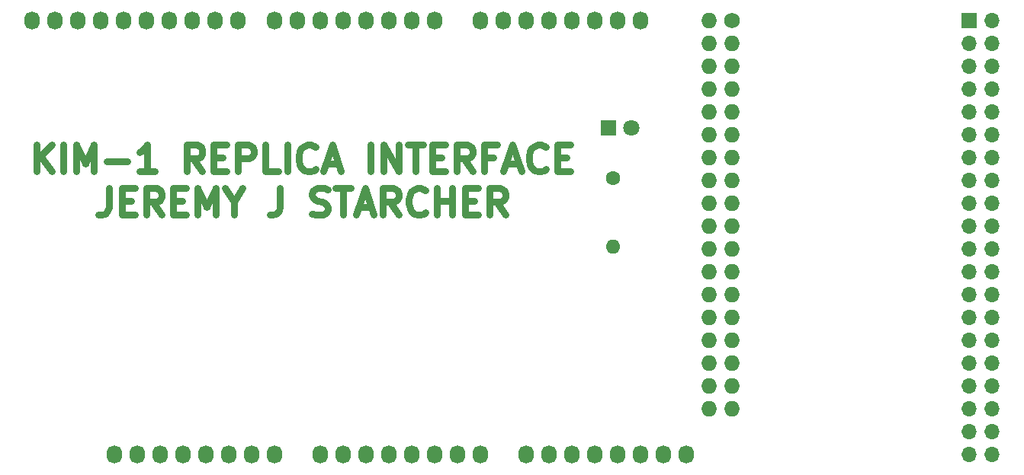
<source format=gbr>
%TF.GenerationSoftware,KiCad,Pcbnew,6.0.2+dfsg-1*%
%TF.CreationDate,2022-06-01T22:42:03-04:00*%
%TF.ProjectId,kim1-earthpeople,6b696d31-2d65-4617-9274-6870656f706c,rev?*%
%TF.SameCoordinates,Original*%
%TF.FileFunction,Soldermask,Top*%
%TF.FilePolarity,Negative*%
%FSLAX46Y46*%
G04 Gerber Fmt 4.6, Leading zero omitted, Abs format (unit mm)*
G04 Created by KiCad (PCBNEW 6.0.2+dfsg-1) date 2022-06-01 22:42:03*
%MOMM*%
%LPD*%
G01*
G04 APERTURE LIST*
%ADD10C,0.750000*%
%ADD11C,1.600000*%
%ADD12O,1.600000X1.600000*%
%ADD13R,1.800000X1.800000*%
%ADD14C,1.800000*%
%ADD15O,1.727200X2.032000*%
%ADD16O,1.727200X1.727200*%
%ADD17C,1.727200*%
%ADD18R,1.700000X1.700000*%
%ADD19O,1.700000X1.700000*%
G04 APERTURE END LIST*
D10*
X122628571Y-87642142D02*
X122628571Y-84642142D01*
X124342857Y-87642142D02*
X123057142Y-85927857D01*
X124342857Y-84642142D02*
X122628571Y-86356428D01*
X125628571Y-87642142D02*
X125628571Y-84642142D01*
X127057142Y-87642142D02*
X127057142Y-84642142D01*
X128057142Y-86785000D01*
X129057142Y-84642142D01*
X129057142Y-87642142D01*
X130485714Y-86499285D02*
X132771428Y-86499285D01*
X135771428Y-87642142D02*
X134057142Y-87642142D01*
X134914285Y-87642142D02*
X134914285Y-84642142D01*
X134628571Y-85070714D01*
X134342857Y-85356428D01*
X134057142Y-85499285D01*
X141057142Y-87642142D02*
X140057142Y-86213571D01*
X139342857Y-87642142D02*
X139342857Y-84642142D01*
X140485714Y-84642142D01*
X140771428Y-84785000D01*
X140914285Y-84927857D01*
X141057142Y-85213571D01*
X141057142Y-85642142D01*
X140914285Y-85927857D01*
X140771428Y-86070714D01*
X140485714Y-86213571D01*
X139342857Y-86213571D01*
X142342857Y-86070714D02*
X143342857Y-86070714D01*
X143771428Y-87642142D02*
X142342857Y-87642142D01*
X142342857Y-84642142D01*
X143771428Y-84642142D01*
X145057142Y-87642142D02*
X145057142Y-84642142D01*
X146200000Y-84642142D01*
X146485714Y-84785000D01*
X146628571Y-84927857D01*
X146771428Y-85213571D01*
X146771428Y-85642142D01*
X146628571Y-85927857D01*
X146485714Y-86070714D01*
X146200000Y-86213571D01*
X145057142Y-86213571D01*
X149485714Y-87642142D02*
X148057142Y-87642142D01*
X148057142Y-84642142D01*
X150485714Y-87642142D02*
X150485714Y-84642142D01*
X153628571Y-87356428D02*
X153485714Y-87499285D01*
X153057142Y-87642142D01*
X152771428Y-87642142D01*
X152342857Y-87499285D01*
X152057142Y-87213571D01*
X151914285Y-86927857D01*
X151771428Y-86356428D01*
X151771428Y-85927857D01*
X151914285Y-85356428D01*
X152057142Y-85070714D01*
X152342857Y-84785000D01*
X152771428Y-84642142D01*
X153057142Y-84642142D01*
X153485714Y-84785000D01*
X153628571Y-84927857D01*
X154771428Y-86785000D02*
X156200000Y-86785000D01*
X154485714Y-87642142D02*
X155485714Y-84642142D01*
X156485714Y-87642142D01*
X159771428Y-87642142D02*
X159771428Y-84642142D01*
X161200000Y-87642142D02*
X161200000Y-84642142D01*
X162914285Y-87642142D01*
X162914285Y-84642142D01*
X163914285Y-84642142D02*
X165628571Y-84642142D01*
X164771428Y-87642142D02*
X164771428Y-84642142D01*
X166628571Y-86070714D02*
X167628571Y-86070714D01*
X168057142Y-87642142D02*
X166628571Y-87642142D01*
X166628571Y-84642142D01*
X168057142Y-84642142D01*
X171057142Y-87642142D02*
X170057142Y-86213571D01*
X169342857Y-87642142D02*
X169342857Y-84642142D01*
X170485714Y-84642142D01*
X170771428Y-84785000D01*
X170914285Y-84927857D01*
X171057142Y-85213571D01*
X171057142Y-85642142D01*
X170914285Y-85927857D01*
X170771428Y-86070714D01*
X170485714Y-86213571D01*
X169342857Y-86213571D01*
X173342857Y-86070714D02*
X172342857Y-86070714D01*
X172342857Y-87642142D02*
X172342857Y-84642142D01*
X173771428Y-84642142D01*
X174771428Y-86785000D02*
X176200000Y-86785000D01*
X174485714Y-87642142D02*
X175485714Y-84642142D01*
X176485714Y-87642142D01*
X179200000Y-87356428D02*
X179057142Y-87499285D01*
X178628571Y-87642142D01*
X178342857Y-87642142D01*
X177914285Y-87499285D01*
X177628571Y-87213571D01*
X177485714Y-86927857D01*
X177342857Y-86356428D01*
X177342857Y-85927857D01*
X177485714Y-85356428D01*
X177628571Y-85070714D01*
X177914285Y-84785000D01*
X178342857Y-84642142D01*
X178628571Y-84642142D01*
X179057142Y-84785000D01*
X179200000Y-84927857D01*
X180485714Y-86070714D02*
X181485714Y-86070714D01*
X181914285Y-87642142D02*
X180485714Y-87642142D01*
X180485714Y-84642142D01*
X181914285Y-84642142D01*
X130700000Y-89472142D02*
X130700000Y-91615000D01*
X130557142Y-92043571D01*
X130271428Y-92329285D01*
X129842857Y-92472142D01*
X129557142Y-92472142D01*
X132128571Y-90900714D02*
X133128571Y-90900714D01*
X133557142Y-92472142D02*
X132128571Y-92472142D01*
X132128571Y-89472142D01*
X133557142Y-89472142D01*
X136557142Y-92472142D02*
X135557142Y-91043571D01*
X134842857Y-92472142D02*
X134842857Y-89472142D01*
X135985714Y-89472142D01*
X136271428Y-89615000D01*
X136414285Y-89757857D01*
X136557142Y-90043571D01*
X136557142Y-90472142D01*
X136414285Y-90757857D01*
X136271428Y-90900714D01*
X135985714Y-91043571D01*
X134842857Y-91043571D01*
X137842857Y-90900714D02*
X138842857Y-90900714D01*
X139271428Y-92472142D02*
X137842857Y-92472142D01*
X137842857Y-89472142D01*
X139271428Y-89472142D01*
X140557142Y-92472142D02*
X140557142Y-89472142D01*
X141557142Y-91615000D01*
X142557142Y-89472142D01*
X142557142Y-92472142D01*
X144557142Y-91043571D02*
X144557142Y-92472142D01*
X143557142Y-89472142D02*
X144557142Y-91043571D01*
X145557142Y-89472142D01*
X149700000Y-89472142D02*
X149700000Y-91615000D01*
X149557142Y-92043571D01*
X149271428Y-92329285D01*
X148842857Y-92472142D01*
X148557142Y-92472142D01*
X153271428Y-92329285D02*
X153700000Y-92472142D01*
X154414285Y-92472142D01*
X154700000Y-92329285D01*
X154842857Y-92186428D01*
X154985714Y-91900714D01*
X154985714Y-91615000D01*
X154842857Y-91329285D01*
X154700000Y-91186428D01*
X154414285Y-91043571D01*
X153842857Y-90900714D01*
X153557142Y-90757857D01*
X153414285Y-90615000D01*
X153271428Y-90329285D01*
X153271428Y-90043571D01*
X153414285Y-89757857D01*
X153557142Y-89615000D01*
X153842857Y-89472142D01*
X154557142Y-89472142D01*
X154985714Y-89615000D01*
X155842857Y-89472142D02*
X157557142Y-89472142D01*
X156700000Y-92472142D02*
X156700000Y-89472142D01*
X158414285Y-91615000D02*
X159842857Y-91615000D01*
X158128571Y-92472142D02*
X159128571Y-89472142D01*
X160128571Y-92472142D01*
X162842857Y-92472142D02*
X161842857Y-91043571D01*
X161128571Y-92472142D02*
X161128571Y-89472142D01*
X162271428Y-89472142D01*
X162557142Y-89615000D01*
X162700000Y-89757857D01*
X162842857Y-90043571D01*
X162842857Y-90472142D01*
X162700000Y-90757857D01*
X162557142Y-90900714D01*
X162271428Y-91043571D01*
X161128571Y-91043571D01*
X165842857Y-92186428D02*
X165700000Y-92329285D01*
X165271428Y-92472142D01*
X164985714Y-92472142D01*
X164557142Y-92329285D01*
X164271428Y-92043571D01*
X164128571Y-91757857D01*
X163985714Y-91186428D01*
X163985714Y-90757857D01*
X164128571Y-90186428D01*
X164271428Y-89900714D01*
X164557142Y-89615000D01*
X164985714Y-89472142D01*
X165271428Y-89472142D01*
X165700000Y-89615000D01*
X165842857Y-89757857D01*
X167128571Y-92472142D02*
X167128571Y-89472142D01*
X167128571Y-90900714D02*
X168842857Y-90900714D01*
X168842857Y-92472142D02*
X168842857Y-89472142D01*
X170271428Y-90900714D02*
X171271428Y-90900714D01*
X171700000Y-92472142D02*
X170271428Y-92472142D01*
X170271428Y-89472142D01*
X171700000Y-89472142D01*
X174700000Y-92472142D02*
X173700000Y-91043571D01*
X172985714Y-92472142D02*
X172985714Y-89472142D01*
X174128571Y-89472142D01*
X174414285Y-89615000D01*
X174557142Y-89757857D01*
X174700000Y-90043571D01*
X174700000Y-90472142D01*
X174557142Y-90757857D01*
X174414285Y-90900714D01*
X174128571Y-91043571D01*
X172985714Y-91043571D01*
D11*
%TO.C,R101*%
X186700000Y-88400000D03*
D12*
X186700000Y-96020000D03*
%TD*%
D13*
%TO.C,D101*%
X186125000Y-82800000D03*
D14*
X188665000Y-82800000D03*
%TD*%
D15*
%TO.C,P2*%
X131318000Y-119126000D03*
X133858000Y-119126000D03*
X136398000Y-119126000D03*
X138938000Y-119126000D03*
X141478000Y-119126000D03*
X144018000Y-119126000D03*
X146558000Y-119126000D03*
X149098000Y-119126000D03*
%TD*%
%TO.C,P3*%
X154178000Y-119126000D03*
X156718000Y-119126000D03*
X159258000Y-119126000D03*
X161798000Y-119126000D03*
X164338000Y-119126000D03*
X166878000Y-119126000D03*
X169418000Y-119126000D03*
X171958000Y-119126000D03*
%TD*%
%TO.C,P4*%
X177038000Y-119126000D03*
X179578000Y-119126000D03*
X182118000Y-119126000D03*
X184658000Y-119126000D03*
X187198000Y-119126000D03*
X189738000Y-119126000D03*
X192278000Y-119126000D03*
X194818000Y-119126000D03*
%TD*%
%TO.C,P5*%
X145034000Y-70866000D03*
X142494000Y-70866000D03*
X139954000Y-70866000D03*
X137414000Y-70866000D03*
X134874000Y-70866000D03*
X132334000Y-70866000D03*
X129794000Y-70866000D03*
X127254000Y-70866000D03*
X124714000Y-70866000D03*
X122174000Y-70866000D03*
%TD*%
%TO.C,P6*%
X166878000Y-70866000D03*
X164338000Y-70866000D03*
X161798000Y-70866000D03*
X159258000Y-70866000D03*
X156718000Y-70866000D03*
X154178000Y-70866000D03*
X151638000Y-70866000D03*
X149098000Y-70866000D03*
%TD*%
%TO.C,P7*%
X189738000Y-70866000D03*
X187198000Y-70866000D03*
X184658000Y-70866000D03*
X182118000Y-70866000D03*
X179578000Y-70866000D03*
X177038000Y-70866000D03*
X174498000Y-70866000D03*
X171958000Y-70866000D03*
%TD*%
D16*
%TO.C,J101*%
X197358000Y-70866000D03*
D17*
X199898000Y-70866000D03*
D16*
X197358000Y-73406000D03*
X199898000Y-73406000D03*
X197358000Y-75946000D03*
X199898000Y-75946000D03*
X197358000Y-78486000D03*
X199898000Y-78486000D03*
X197358000Y-81026000D03*
X199898000Y-81026000D03*
X197358000Y-83566000D03*
X199898000Y-83566000D03*
X197358000Y-86106000D03*
X199898000Y-86106000D03*
X197358000Y-88646000D03*
X199898000Y-88646000D03*
X197358000Y-91186000D03*
X199898000Y-91186000D03*
X197358000Y-93726000D03*
X199898000Y-93726000D03*
X197358000Y-96266000D03*
X199898000Y-96266000D03*
X197358000Y-98806000D03*
X199898000Y-98806000D03*
X197358000Y-101346000D03*
X199898000Y-101346000D03*
X197358000Y-103886000D03*
X199898000Y-103886000D03*
X197358000Y-106426000D03*
X199898000Y-106426000D03*
X197358000Y-108966000D03*
X199898000Y-108966000D03*
X197358000Y-111506000D03*
X199898000Y-111506000D03*
X197358000Y-114046000D03*
X199898000Y-114046000D03*
%TD*%
D18*
%TO.C,J102*%
X226225000Y-70875000D03*
D19*
X228765000Y-70875000D03*
X226225000Y-73415000D03*
X228765000Y-73415000D03*
X226225000Y-75955000D03*
X228765000Y-75955000D03*
X226225000Y-78495000D03*
X228765000Y-78495000D03*
X226225000Y-81035000D03*
X228765000Y-81035000D03*
X226225000Y-83575000D03*
X228765000Y-83575000D03*
X226225000Y-86115000D03*
X228765000Y-86115000D03*
X226225000Y-88655000D03*
X228765000Y-88655000D03*
X226225000Y-91195000D03*
X228765000Y-91195000D03*
X226225000Y-93735000D03*
X228765000Y-93735000D03*
X226225000Y-96275000D03*
X228765000Y-96275000D03*
X226225000Y-98815000D03*
X228765000Y-98815000D03*
X226225000Y-101355000D03*
X228765000Y-101355000D03*
X226225000Y-103895000D03*
X228765000Y-103895000D03*
X226225000Y-106435000D03*
X228765000Y-106435000D03*
X226225000Y-108975000D03*
X228765000Y-108975000D03*
X226225000Y-111515000D03*
X228765000Y-111515000D03*
X226225000Y-114055000D03*
X228765000Y-114055000D03*
X226225000Y-116595000D03*
X228765000Y-116595000D03*
X226225000Y-119135000D03*
X228765000Y-119135000D03*
%TD*%
M02*

</source>
